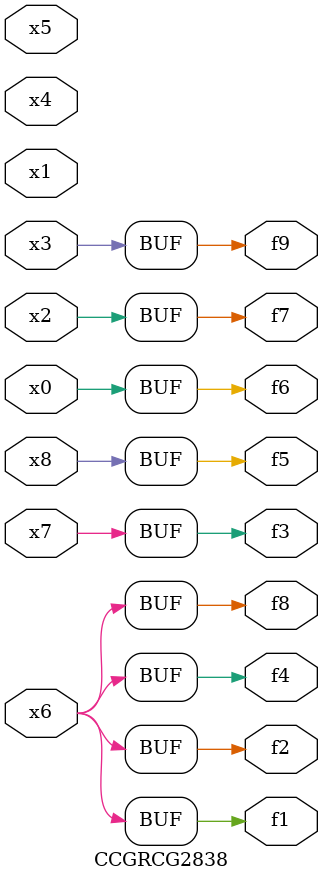
<source format=v>
module CCGRCG2838(
	input x0, x1, x2, x3, x4, x5, x6, x7, x8,
	output f1, f2, f3, f4, f5, f6, f7, f8, f9
);
	assign f1 = x6;
	assign f2 = x6;
	assign f3 = x7;
	assign f4 = x6;
	assign f5 = x8;
	assign f6 = x0;
	assign f7 = x2;
	assign f8 = x6;
	assign f9 = x3;
endmodule

</source>
